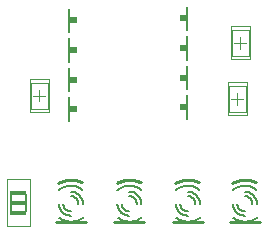
<source format=gtp>
%FSTAX24Y24*%
%MOIN*%
%SFA1B1*%

%IPPOS*%
%ADD11R,0.047600X0.015900*%
%ADD12C,0.003900*%
%ADD13C,0.006000*%
%ADD14C,0.010000*%
%ADD15R,0.025000X0.024000*%
%ADD16R,0.056000X0.014000*%
%ADD17C,0.002000*%
%LNnode_simple-1*%
%LPD*%
G54D11*
X000752Y001225D03*
G54D12*
X001165Y005233D02*
X001735D01*
X001165Y004367D02*
X001735D01*
X001165D02*
Y005233D01*
X001735Y004367D02*
Y005233D01*
X007765Y005128D02*
X008335D01*
X007765Y004262D02*
X008335D01*
X007765D02*
Y005128D01*
X008335Y004262D02*
Y005128D01*
X007865Y006988D02*
X008435D01*
X007865Y006122D02*
X008435D01*
X007865D02*
Y006988D01*
X008435Y006122D02*
Y006988D01*
X001135Y005351D02*
X001765D01*
X001135Y004249D02*
X001765D01*
X001135D02*
Y005351D01*
X001765Y004249D02*
Y005351D01*
X00145Y004603D02*
Y004997D01*
X001253Y0048D02*
X001647D01*
X007735Y005246D02*
X008365D01*
X007735Y004144D02*
X008365D01*
X007735D02*
Y005246D01*
X008365Y004144D02*
Y005246D01*
X00805Y004498D02*
Y004892D01*
X007853Y004695D02*
X008247D01*
X007835Y007106D02*
X008465D01*
X007835Y006004D02*
X008465D01*
X007835D02*
Y007106D01*
X008465Y006004D02*
Y007106D01*
X00815Y006358D02*
Y006752D01*
X007953Y006555D02*
X008347D01*
G54D13*
X00289Y001661D02*
D01*
X002856Y001686*
X00282Y00171*
X002784Y001731*
X002745Y001749*
X002706Y001765*
X002665Y001777*
X002624Y001787*
X002582Y001794*
X00254Y001798*
X0025Y0018*
D01*
X002458Y001798*
X002416Y001794*
X002375Y001786*
X002334Y001776*
X002294Y001763*
X002255Y001748*
X002218Y001729*
X002182Y001708*
X002147Y001685*
X002114Y001659*
X002101Y001648*
X0025Y0006D02*
D01*
X002542Y0006*
X002585Y000604*
X002627Y000611*
X002668Y00062*
X002709Y000633*
X002749Y000648*
X002788Y000666*
X002825Y000687*
X002861Y00071*
X002895Y000735*
X0029Y00074*
X002116Y00073D02*
D01*
X002149Y000705*
X002184Y000682*
X00222Y000662*
X002258Y000645*
X002297Y00063*
X002337Y000618*
X002377Y000609*
X002418Y000603*
X00246Y0006*
X0025Y0006*
X00275Y0012D02*
D01*
X002749Y001217*
X002747Y001234*
X002744Y001251*
X00274Y001268*
X002734Y001285*
X002728Y001301*
X00272Y001317*
X002712Y001332*
X002702Y001346*
X002691Y00136*
X002679Y001373*
X002667Y001385*
X002653Y001397*
X002639Y001407*
X002625Y001416*
X002609Y001424*
X002593Y001431*
X002577Y001437*
X00256Y001442*
X002543Y001446*
X002526Y001448*
X002508Y001449*
X0025Y00145*
X0029Y0012D02*
D01*
X002899Y001227*
X002896Y001255*
X002891Y001283*
X002884Y00131*
X002875Y001336*
X002865Y001362*
X002853Y001387*
X002839Y001411*
X002823Y001435*
X002806Y001457*
X002787Y001477*
X002767Y001497*
X002746Y001515*
X002723Y001531*
X0027Y001546*
X002675Y001559*
X002649Y00157*
X002623Y00158*
X002596Y001588*
X002569Y001593*
X002541Y001597*
X002513Y001599*
X0025Y0016*
X00225Y0012D02*
D01*
X00225Y001182*
X002252Y001165*
X002255Y001148*
X002259Y001131*
X002265Y001114*
X002271Y001098*
X002279Y001082*
X002287Y001067*
X002297Y001053*
X002308Y001039*
X00232Y001026*
X002332Y001014*
X002346Y001002*
X00236Y000992*
X002375Y000983*
X00239Y000975*
X002406Y000968*
X002422Y000962*
X002439Y000957*
X002456Y000953*
X002473Y000951*
X002491Y00095*
X0025Y00095*
X0021Y0012D02*
D01*
X0021Y001172*
X002103Y001144*
X002108Y001116*
X002115Y001089*
X002124Y001063*
X002134Y001037*
X002146Y001012*
X00216Y000988*
X002176Y000964*
X002193Y000942*
X002212Y000922*
X002232Y000902*
X002253Y000884*
X002276Y000868*
X0023Y000853*
X002324Y00084*
X00235Y000829*
X002376Y000819*
X002403Y000811*
X00243Y000806*
X002458Y000802*
X002486Y0008*
X0025Y0008*
X00484Y001661D02*
D01*
X004806Y001686*
X00477Y00171*
X004734Y001731*
X004695Y001749*
X004656Y001765*
X004615Y001777*
X004574Y001787*
X004532Y001794*
X00449Y001798*
X00445Y0018*
D01*
X004408Y001798*
X004366Y001794*
X004325Y001786*
X004284Y001776*
X004244Y001763*
X004205Y001748*
X004168Y001729*
X004132Y001708*
X004097Y001685*
X004064Y001659*
X004051Y001648*
X00445Y0006D02*
D01*
X004492Y0006*
X004535Y000604*
X004577Y000611*
X004618Y00062*
X004659Y000633*
X004699Y000648*
X004738Y000666*
X004775Y000687*
X004811Y00071*
X004845Y000735*
X00485Y00074*
X004066Y00073D02*
D01*
X004099Y000705*
X004134Y000682*
X00417Y000662*
X004208Y000645*
X004247Y00063*
X004287Y000618*
X004327Y000609*
X004368Y000603*
X00441Y0006*
X00445Y0006*
X0047Y0012D02*
D01*
X004699Y001217*
X004697Y001234*
X004694Y001251*
X00469Y001268*
X004684Y001285*
X004678Y001301*
X00467Y001317*
X004662Y001332*
X004652Y001346*
X004641Y00136*
X004629Y001373*
X004617Y001385*
X004603Y001397*
X004589Y001407*
X004575Y001416*
X004559Y001424*
X004543Y001431*
X004527Y001437*
X00451Y001442*
X004493Y001446*
X004476Y001448*
X004458Y001449*
X00445Y00145*
X00485Y0012D02*
D01*
X004849Y001227*
X004846Y001255*
X004841Y001283*
X004834Y00131*
X004825Y001336*
X004815Y001362*
X004803Y001387*
X004789Y001411*
X004773Y001435*
X004756Y001457*
X004737Y001477*
X004717Y001497*
X004696Y001515*
X004673Y001531*
X00465Y001546*
X004625Y001559*
X004599Y00157*
X004573Y00158*
X004546Y001588*
X004519Y001593*
X004491Y001597*
X004463Y001599*
X00445Y0016*
X0042Y0012D02*
D01*
X0042Y001182*
X004202Y001165*
X004205Y001148*
X004209Y001131*
X004215Y001114*
X004221Y001098*
X004229Y001082*
X004237Y001067*
X004247Y001053*
X004258Y001039*
X00427Y001026*
X004282Y001014*
X004296Y001002*
X00431Y000992*
X004325Y000983*
X00434Y000975*
X004356Y000968*
X004372Y000962*
X004389Y000957*
X004406Y000953*
X004423Y000951*
X004441Y00095*
X00445Y00095*
X00405Y0012D02*
D01*
X00405Y001172*
X004053Y001144*
X004058Y001116*
X004065Y001089*
X004074Y001063*
X004084Y001037*
X004096Y001012*
X00411Y000988*
X004126Y000964*
X004143Y000942*
X004162Y000922*
X004182Y000902*
X004203Y000884*
X004226Y000868*
X00425Y000853*
X004274Y00084*
X0043Y000829*
X004326Y000819*
X004353Y000811*
X00438Y000806*
X004408Y000802*
X004436Y0008*
X00445Y0008*
X00679Y001661D02*
D01*
X006756Y001686*
X00672Y00171*
X006684Y001731*
X006645Y001749*
X006606Y001765*
X006565Y001777*
X006524Y001787*
X006482Y001794*
X00644Y001798*
X0064Y0018*
D01*
X006358Y001798*
X006316Y001794*
X006275Y001786*
X006234Y001776*
X006194Y001763*
X006155Y001748*
X006118Y001729*
X006082Y001708*
X006047Y001685*
X006014Y001659*
X006001Y001648*
X0064Y0006D02*
D01*
X006442Y0006*
X006485Y000604*
X006527Y000611*
X006568Y00062*
X006609Y000633*
X006649Y000648*
X006688Y000666*
X006725Y000687*
X006761Y00071*
X006795Y000735*
X0068Y00074*
X006016Y00073D02*
D01*
X006049Y000705*
X006084Y000682*
X00612Y000662*
X006158Y000645*
X006197Y00063*
X006237Y000618*
X006277Y000609*
X006318Y000603*
X00636Y0006*
X0064Y0006*
X00665Y0012D02*
D01*
X006649Y001217*
X006647Y001234*
X006644Y001251*
X00664Y001268*
X006634Y001285*
X006628Y001301*
X00662Y001317*
X006612Y001332*
X006602Y001346*
X006591Y00136*
X006579Y001373*
X006567Y001385*
X006553Y001397*
X006539Y001407*
X006525Y001416*
X006509Y001424*
X006493Y001431*
X006477Y001437*
X00646Y001442*
X006443Y001446*
X006426Y001448*
X006408Y001449*
X0064Y00145*
X0068Y0012D02*
D01*
X006799Y001227*
X006796Y001255*
X006791Y001283*
X006784Y00131*
X006775Y001336*
X006765Y001362*
X006753Y001387*
X006739Y001411*
X006723Y001435*
X006706Y001457*
X006687Y001477*
X006667Y001497*
X006646Y001515*
X006623Y001531*
X0066Y001546*
X006575Y001559*
X006549Y00157*
X006523Y00158*
X006496Y001588*
X006469Y001593*
X006441Y001597*
X006413Y001599*
X0064Y0016*
X00615Y0012D02*
D01*
X00615Y001182*
X006152Y001165*
X006155Y001148*
X006159Y001131*
X006165Y001114*
X006171Y001098*
X006179Y001082*
X006187Y001067*
X006197Y001053*
X006208Y001039*
X00622Y001026*
X006232Y001014*
X006246Y001002*
X00626Y000992*
X006275Y000983*
X00629Y000975*
X006306Y000968*
X006322Y000962*
X006339Y000957*
X006356Y000953*
X006373Y000951*
X006391Y00095*
X0064Y00095*
X006Y0012D02*
D01*
X006Y001172*
X006003Y001144*
X006008Y001116*
X006015Y001089*
X006024Y001063*
X006034Y001037*
X006046Y001012*
X00606Y000988*
X006076Y000964*
X006093Y000942*
X006112Y000922*
X006132Y000902*
X006153Y000884*
X006176Y000868*
X0062Y000853*
X006224Y00084*
X00625Y000829*
X006276Y000819*
X006303Y000811*
X00633Y000806*
X006358Y000802*
X006386Y0008*
X0064Y0008*
X00869Y001661D02*
D01*
X008656Y001686*
X00862Y00171*
X008584Y001731*
X008545Y001749*
X008506Y001765*
X008465Y001777*
X008424Y001787*
X008382Y001794*
X00834Y001798*
X0083Y0018*
D01*
X008258Y001798*
X008216Y001794*
X008175Y001786*
X008134Y001776*
X008094Y001763*
X008055Y001748*
X008018Y001729*
X007982Y001708*
X007947Y001685*
X007914Y001659*
X007901Y001648*
X0083Y0006D02*
D01*
X008342Y0006*
X008385Y000604*
X008427Y000611*
X008468Y00062*
X008509Y000633*
X008549Y000648*
X008588Y000666*
X008625Y000687*
X008661Y00071*
X008695Y000735*
X0087Y00074*
X007916Y00073D02*
D01*
X007949Y000705*
X007984Y000682*
X00802Y000662*
X008058Y000645*
X008097Y00063*
X008137Y000618*
X008177Y000609*
X008218Y000603*
X00826Y0006*
X0083Y0006*
X00855Y0012D02*
D01*
X008549Y001217*
X008547Y001234*
X008544Y001251*
X00854Y001268*
X008534Y001285*
X008528Y001301*
X00852Y001317*
X008512Y001332*
X008502Y001346*
X008491Y00136*
X008479Y001373*
X008467Y001385*
X008453Y001397*
X008439Y001407*
X008425Y001416*
X008409Y001424*
X008393Y001431*
X008377Y001437*
X00836Y001442*
X008343Y001446*
X008326Y001448*
X008308Y001449*
X0083Y00145*
X0087Y0012D02*
D01*
X008699Y001227*
X008696Y001255*
X008691Y001283*
X008684Y00131*
X008675Y001336*
X008665Y001362*
X008653Y001387*
X008639Y001411*
X008623Y001435*
X008606Y001457*
X008587Y001477*
X008567Y001497*
X008546Y001515*
X008523Y001531*
X0085Y001546*
X008475Y001559*
X008449Y00157*
X008423Y00158*
X008396Y001588*
X008369Y001593*
X008341Y001597*
X008313Y001599*
X0083Y0016*
X00805Y0012D02*
D01*
X00805Y001182*
X008052Y001165*
X008055Y001148*
X008059Y001131*
X008065Y001114*
X008071Y001098*
X008079Y001082*
X008087Y001067*
X008097Y001053*
X008108Y001039*
X00812Y001026*
X008132Y001014*
X008146Y001002*
X00816Y000992*
X008175Y000983*
X00819Y000975*
X008206Y000968*
X008222Y000962*
X008239Y000957*
X008256Y000953*
X008273Y000951*
X008291Y00095*
X0083Y00095*
X0079Y0012D02*
D01*
X0079Y001172*
X007903Y001144*
X007908Y001116*
X007915Y001089*
X007924Y001063*
X007934Y001037*
X007946Y001012*
X00796Y000988*
X007976Y000964*
X007993Y000942*
X008012Y000922*
X008032Y000902*
X008053Y000884*
X008076Y000868*
X0081Y000853*
X008124Y00084*
X00815Y000829*
X008176Y000819*
X008203Y000811*
X00823Y000806*
X008258Y000802*
X008286Y0008*
X0083Y0008*
X006389Y00403D02*
Y00481D01*
Y00501D02*
Y00579D01*
Y005994D02*
Y006774D01*
Y006983D02*
Y007764D01*
X00245Y006916D02*
Y007696D01*
Y005936D02*
Y006716D01*
Y004953D02*
Y005733D01*
Y003963D02*
Y004743D01*
X001Y000944D02*
Y001504D01*
X0005Y000944D02*
Y001504D01*
G54D14*
X00288Y001904D02*
D01*
X002829Y001928*
X002778Y00195*
X002724Y001967*
X00267Y001981*
X002615Y001991*
X002559Y001997*
X002504Y001999*
X0025Y002*
D01*
X002444Y001998*
X002388Y001992*
X002333Y001982*
X002279Y001969*
X002226Y001951*
X002174Y00193*
X002124Y001906*
X002081Y001881*
X00483Y001904D02*
D01*
X004779Y001928*
X004728Y00195*
X004674Y001967*
X00462Y001981*
X004565Y001991*
X004509Y001997*
X004454Y001999*
X00445Y002*
D01*
X004394Y001998*
X004338Y001992*
X004283Y001982*
X004229Y001969*
X004176Y001951*
X004124Y00193*
X004074Y001906*
X004031Y001881*
X00678Y001904D02*
D01*
X006729Y001928*
X006678Y00195*
X006624Y001967*
X00657Y001981*
X006515Y001991*
X006459Y001997*
X006404Y001999*
X0064Y002*
D01*
X006344Y001998*
X006288Y001992*
X006233Y001982*
X006179Y001969*
X006126Y001951*
X006074Y00193*
X006024Y001906*
X005981Y001881*
X00868Y001904D02*
D01*
X008629Y001928*
X008578Y00195*
X008524Y001967*
X00847Y001981*
X008415Y001991*
X008359Y001997*
X008304Y001999*
X0083Y002*
D01*
X008244Y001998*
X008188Y001992*
X008133Y001982*
X008079Y001969*
X008026Y001951*
X007974Y00193*
X007924Y001906*
X007881Y001881*
X002Y00058D02*
X003D01*
X00395D02*
X00495D01*
X0059D02*
X0069D01*
X0078D02*
X0088D01*
G54D15*
X006264Y00442D03*
Y0054D03*
Y006394D03*
Y007374D03*
X002575Y007306D03*
Y006326D03*
Y005333D03*
Y004353D03*
G54D16*
X00075Y000884D03*
Y001564D03*
G54D17*
X00114Y000447D02*
Y002004D01*
X000363Y000447D02*
Y002004D01*
Y000447D02*
X00114D01*
X000363Y002004D02*
X00114D01*
M02*
</source>
